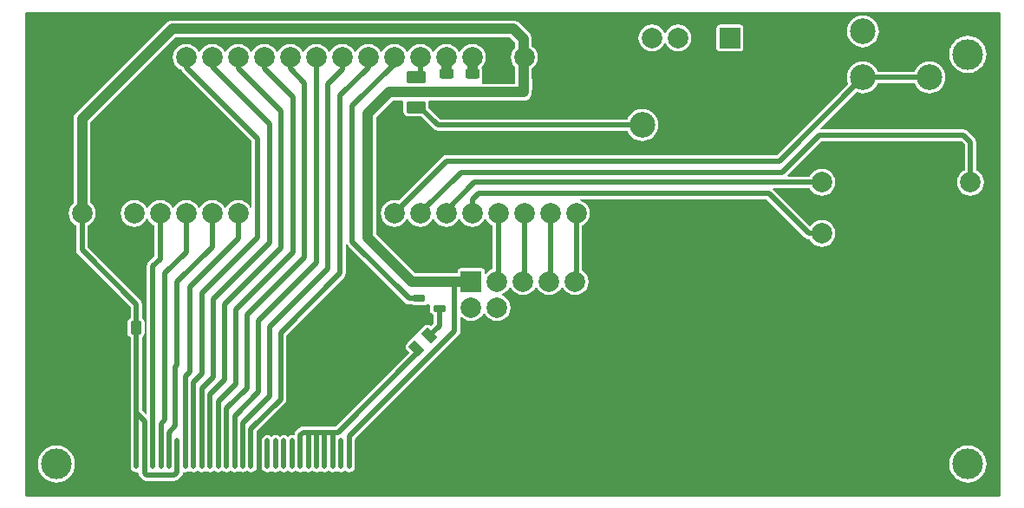
<source format=gtl>
%FSDAX42Y42*%
%MOMM*%
%SFA1B1*%

%IPPOS*%
%AMD10*
4,1,8,0.779780,0.599440,-0.779780,0.599440,-0.899160,0.480060,-0.899160,-0.480060,-0.779780,-0.599440,0.779780,-0.599440,0.899160,-0.480060,0.899160,0.480060,0.779780,0.599440,0.0*
1,1,0.240000,0.779780,0.480060*
1,1,0.240000,-0.779780,0.480060*
1,1,0.240000,-0.779780,-0.480060*
1,1,0.240000,0.779780,-0.480060*
%
%AMD11*
4,1,8,-0.314960,-0.701040,0.314960,-0.701040,0.525780,-0.490220,0.525780,0.490220,0.314960,0.701040,-0.314960,0.701040,-0.525780,0.490220,-0.525780,-0.490220,-0.314960,-0.701040,0.0*
1,1,0.420000,-0.314960,-0.490220*
1,1,0.420000,0.314960,-0.490220*
1,1,0.420000,0.314960,0.490220*
1,1,0.420000,-0.314960,0.490220*
%
%AMD13*
4,1,8,0.294640,-0.695960,0.695960,-0.294640,0.695960,-0.025400,-0.025400,0.695960,-0.294640,0.695960,-0.695960,0.294640,-0.695960,0.025400,0.025400,-0.695960,0.294640,-0.695960,0.0*
1,1,0.380000,0.160020,-0.561340*
1,1,0.380000,0.561340,-0.160020*
1,1,0.380000,-0.160020,0.561340*
1,1,0.380000,-0.561340,0.160020*
%
%AMD14*
4,1,8,-0.505460,-0.299720,0.505460,-0.299720,0.624840,-0.180340,0.624840,0.180340,0.505460,0.299720,-0.505460,0.299720,-0.624840,0.180340,-0.624840,-0.180340,-0.505460,-0.299720,0.0*
1,1,0.240000,-0.505460,-0.180340*
1,1,0.240000,0.505460,-0.180340*
1,1,0.240000,0.505460,0.180340*
1,1,0.240000,-0.505460,0.180340*
%
%AMD15*
4,1,8,0.701040,-0.284480,0.701040,0.284480,0.510540,0.474980,-0.510540,0.474980,-0.701040,0.284480,-0.701040,-0.284480,-0.510540,-0.474980,0.510540,-0.474980,0.701040,-0.284480,0.0*
1,1,0.380000,0.510540,-0.284480*
1,1,0.380000,0.510540,0.284480*
1,1,0.380000,-0.510540,0.284480*
1,1,0.380000,-0.510540,-0.284480*
%
G04~CAMADD=10~8~0.0~0.0~708.7~472.4~47.2~0.0~15~0.0~0.0~0.0~0.0~0~0.0~0.0~0.0~0.0~0~0.0~0.0~0.0~0.0~708.7~472.4*
%ADD10D10*%
G04~CAMADD=11~8~0.0~0.0~413.4~551.2~82.7~0.0~15~0.0~0.0~0.0~0.0~0~0.0~0.0~0.0~0.0~0~0.0~0.0~0.0~180.0~414.0~552.0*
%ADD11D11*%
%ADD12O,0.499999X2.999994*%
G04~CAMADD=13~8~0.0~0.0~374.0~551.2~74.8~0.0~15~0.0~0.0~0.0~0.0~0~0.0~0.0~0.0~0.0~0~0.0~0.0~0.0~225.0~592.0~592.0*
%ADD13D13*%
G04~CAMADD=14~8~0.0~0.0~492.1~236.2~47.2~0.0~15~0.0~0.0~0.0~0.0~0~0.0~0.0~0.0~0.0~0~0.0~0.0~0.0~180.0~492.0~236.0*
%ADD14D14*%
G04~CAMADD=15~8~0.0~0.0~374.0~551.2~74.8~0.0~15~0.0~0.0~0.0~0.0~0~0.0~0.0~0.0~0.0~0~0.0~0.0~0.0~270.0~552.0~374.0*
%ADD15D15*%
%ADD16C,0.499999*%
%ADD17C,0.999998*%
%ADD18C,0.250000*%
%ADD19C,2.499995*%
%ADD20C,1.999996*%
%ADD21C,6.999986*%
%ADD22O,0.499999X1.999996*%
%ADD23C,2.999994*%
%ADD24R,1.999996X1.999996*%
%LN3dp-glcd-1*%
%LPD*%
G36*
X011999Y002499D02*
X002499Y002499D01*
X002499Y007199D01*
X011999Y007199D01*
X011999Y002499D01*
G37*
%LN3dp-glcd-2*%
%LPC*%
G36*
X011338Y005274D02*
X011024Y005274D01*
X011024Y004960D01*
X011052Y004962D01*
X011104Y004975D01*
X011154Y004995D01*
X011199Y005023D01*
X011240Y005058D01*
X011275Y005099D01*
X011303Y005144D01*
X011323Y005194D01*
X011336Y005246D01*
X011338Y005274D01*
G37*
G36*
X011699Y005024D02*
X011637Y005024D01*
X011645Y005004D01*
X011660Y004985D01*
X011679Y004970D01*
X011699Y004962D01*
X011699Y005024D01*
G37*
G36*
X011811Y005024D02*
X011749Y005024D01*
X011749Y004962D01*
X011769Y004970D01*
X011788Y004985D01*
X011803Y005004D01*
X011811Y005024D01*
G37*
G36*
X010974Y005274D02*
X010660Y005274D01*
X010662Y005246D01*
X010675Y005194D01*
X010695Y005144D01*
X010723Y005099D01*
X010758Y005058D01*
X010799Y005023D01*
X010844Y004995D01*
X010894Y004975D01*
X010946Y004962D01*
X010974Y004960D01*
X010974Y005274D01*
G37*
G36*
X007636Y004412D02*
X007636Y004350D01*
X007698Y004350D01*
X007690Y004370D01*
X007675Y004389D01*
X007656Y004404D01*
X007636Y004412D01*
G37*
G36*
X007840Y004412D02*
X007820Y004404D01*
X007801Y004389D01*
X007786Y004370D01*
X007778Y004350D01*
X007840Y004350D01*
X007840Y004412D01*
G37*
G36*
X007890Y004412D02*
X007890Y004350D01*
X007952Y004350D01*
X007944Y004370D01*
X007929Y004389D01*
X007910Y004404D01*
X007890Y004412D01*
G37*
G36*
X010249Y005386D02*
X010229Y005378D01*
X010210Y005363D01*
X010195Y005344D01*
X010187Y005324D01*
X010249Y005324D01*
X010249Y005386D01*
G37*
G36*
X010299Y005386D02*
X010299Y005324D01*
X010361Y005324D01*
X010353Y005344D01*
X010338Y005363D01*
X010319Y005378D01*
X010299Y005386D01*
G37*
G36*
X010974Y005638D02*
X010946Y005636D01*
X010894Y005623D01*
X010844Y005603D01*
X010799Y005575D01*
X010758Y005540D01*
X010723Y005499D01*
X010695Y005454D01*
X010675Y005404D01*
X010662Y005352D01*
X010660Y005324D01*
X010974Y005324D01*
X010974Y005638D01*
G37*
G36*
X010361Y005274D02*
X010299Y005274D01*
X010299Y005212D01*
X010319Y005220D01*
X010338Y005235D01*
X010353Y005254D01*
X010361Y005274D01*
G37*
G36*
X011699Y005136D02*
X011679Y005128D01*
X011660Y005113D01*
X011645Y005094D01*
X011637Y005074D01*
X011699Y005074D01*
X011699Y005136D01*
G37*
G36*
X011749Y005136D02*
X011749Y005074D01*
X011811Y005074D01*
X011803Y005094D01*
X011788Y005113D01*
X011769Y005128D01*
X011749Y005136D01*
G37*
G36*
X010249Y005274D02*
X010187Y005274D01*
X010195Y005254D01*
X010210Y005235D01*
X010229Y005220D01*
X010249Y005212D01*
X010249Y005274D01*
G37*
G36*
X007586Y004412D02*
X007566Y004404D01*
X007547Y004389D01*
X007532Y004370D01*
X007524Y004350D01*
X007586Y004350D01*
X007586Y004412D01*
G37*
G36*
X003377Y004191D02*
X003370Y004191D01*
X003362Y004186D01*
X003358Y004178D01*
X003358Y004154D01*
X003377Y004154D01*
X003377Y004191D01*
G37*
G36*
X003433Y004191D02*
X003427Y004191D01*
X003427Y004154D01*
X003445Y004154D01*
X003445Y004178D01*
X003441Y004186D01*
X003433Y004191D01*
G37*
G36*
X007332Y004300D02*
X007270Y004300D01*
X007278Y004280D01*
X007293Y004261D01*
X007312Y004246D01*
X007332Y004238D01*
X007332Y004300D01*
G37*
G36*
X003445Y004104D02*
X003427Y004104D01*
X003427Y004068D01*
X003433Y004068D01*
X003441Y004072D01*
X003445Y004080D01*
X003445Y004104D01*
G37*
G36*
X002799Y002980D02*
X002798Y002980D01*
X002796Y002980D01*
X002767Y002977D01*
X002764Y002976D01*
X002761Y002976D01*
X002732Y002968D01*
X002730Y002966D01*
X002727Y002965D01*
X002701Y002951D01*
X002699Y002949D01*
X002696Y002948D01*
X002673Y002929D01*
X002671Y002927D01*
X002671Y002927D01*
X002669Y002925D01*
X002650Y002902D01*
X002649Y002899D01*
X002647Y002897D01*
X002633Y002871D01*
X002632Y002868D01*
X002630Y002866D01*
X002622Y002837D01*
X002622Y002834D01*
X002621Y002831D01*
X002618Y002802D01*
X002618Y002799D01*
X002618Y002799D01*
X002618Y002796D01*
X002621Y002767D01*
X002622Y002764D01*
X002622Y002761D01*
X002630Y002732D01*
X002632Y002730D01*
X002633Y002727D01*
X002647Y002701D01*
X002649Y002699D01*
X002650Y002696D01*
X002669Y002673D01*
X002671Y002671D01*
X002671Y002671D01*
X002673Y002669D01*
X002696Y002650D01*
X002699Y002649D01*
X002701Y002647D01*
X002727Y002633D01*
X002730Y002632D01*
X002732Y002630D01*
X002761Y002622D01*
X002764Y002622D01*
X002767Y002621D01*
X002796Y002618D01*
X002798Y002618D01*
X002799Y002618D01*
X002800Y002618D01*
X002802Y002618D01*
X002831Y002621D01*
X002834Y002622D01*
X002837Y002622D01*
X002866Y002630D01*
X002868Y002632D01*
X002871Y002633D01*
X002897Y002647D01*
X002899Y002649D01*
X002902Y002650D01*
X002925Y002669D01*
X002927Y002671D01*
X002927Y002671D01*
X002929Y002673D01*
X002948Y002696D01*
X002949Y002699D01*
X002951Y002701D01*
X002965Y002727D01*
X002966Y002730D01*
X002968Y002732D01*
X002976Y002761D01*
X002976Y002764D01*
X002977Y002767D01*
X002980Y002796D01*
X002980Y002799D01*
X002980Y002799D01*
X002980Y002802D01*
X002977Y002831D01*
X002976Y002834D01*
X002976Y002837D01*
X002968Y002866D01*
X002966Y002868D01*
X002965Y002871D01*
X002951Y002897D01*
X002949Y002899D01*
X002948Y002902D01*
X002929Y002925D01*
X002927Y002927D01*
X002927Y002927D01*
X002925Y002929D01*
X002902Y002948D01*
X002899Y002949D01*
X002897Y002951D01*
X002871Y002965D01*
X002868Y002966D01*
X002866Y002968D01*
X002837Y002976D01*
X002834Y002976D01*
X002831Y002977D01*
X002802Y002980D01*
X002800Y002980D01*
X002799Y002980D01*
G37*
G36*
X011699Y002980D02*
X011698Y002980D01*
X011696Y002980D01*
X011667Y002977D01*
X011664Y002976D01*
X011661Y002976D01*
X011632Y002968D01*
X011630Y002966D01*
X011627Y002965D01*
X011601Y002951D01*
X011599Y002949D01*
X011596Y002948D01*
X011573Y002929D01*
X011571Y002927D01*
X011571Y002927D01*
X011569Y002925D01*
X011550Y002902D01*
X011549Y002899D01*
X011547Y002897D01*
X011533Y002871D01*
X011532Y002868D01*
X011530Y002866D01*
X011522Y002837D01*
X011522Y002834D01*
X011521Y002831D01*
X011518Y002802D01*
X011518Y002799D01*
X011518Y002799D01*
X011518Y002796D01*
X011521Y002767D01*
X011522Y002764D01*
X011522Y002761D01*
X011530Y002732D01*
X011532Y002730D01*
X011533Y002727D01*
X011547Y002701D01*
X011549Y002699D01*
X011550Y002696D01*
X011569Y002673D01*
X011571Y002671D01*
X011571Y002671D01*
X011573Y002669D01*
X011596Y002650D01*
X011599Y002649D01*
X011601Y002647D01*
X011627Y002633D01*
X011630Y002632D01*
X011632Y002630D01*
X011661Y002622D01*
X011664Y002622D01*
X011667Y002621D01*
X011696Y002618D01*
X011698Y002618D01*
X011699Y002618D01*
X011700Y002618D01*
X011702Y002618D01*
X011731Y002621D01*
X011734Y002622D01*
X011737Y002622D01*
X011766Y002630D01*
X011768Y002632D01*
X011771Y002633D01*
X011797Y002647D01*
X011799Y002649D01*
X011802Y002650D01*
X011825Y002669D01*
X011827Y002671D01*
X011827Y002671D01*
X011829Y002673D01*
X011848Y002696D01*
X011849Y002699D01*
X011851Y002701D01*
X011865Y002727D01*
X011866Y002730D01*
X011868Y002732D01*
X011876Y002761D01*
X011876Y002764D01*
X011877Y002767D01*
X011880Y002796D01*
X011880Y002799D01*
X011880Y002799D01*
X011880Y002802D01*
X011877Y002831D01*
X011876Y002834D01*
X011876Y002837D01*
X011868Y002866D01*
X011866Y002868D01*
X011865Y002871D01*
X011851Y002897D01*
X011849Y002899D01*
X011848Y002902D01*
X011829Y002925D01*
X011827Y002927D01*
X011827Y002927D01*
X011825Y002929D01*
X011802Y002948D01*
X011799Y002949D01*
X011797Y002951D01*
X011771Y002965D01*
X011768Y002966D01*
X011766Y002968D01*
X011737Y002976D01*
X011734Y002976D01*
X011731Y002977D01*
X011702Y002980D01*
X011700Y002980D01*
X011699Y002980D01*
G37*
G36*
X003377Y004104D02*
X003358Y004104D01*
X003358Y004080D01*
X003362Y004072D01*
X003370Y004068D01*
X003377Y004068D01*
X003377Y004104D01*
G37*
G36*
X007952Y004300D02*
X007890Y004300D01*
X007890Y004238D01*
X007910Y004246D01*
X007929Y004261D01*
X007944Y004280D01*
X007952Y004300D01*
G37*
G36*
X007332Y004412D02*
X007312Y004404D01*
X007293Y004389D01*
X007278Y004370D01*
X007270Y004350D01*
X007332Y004350D01*
X007332Y004412D01*
G37*
G36*
X007382Y004412D02*
X007382Y004350D01*
X007444Y004350D01*
X007436Y004370D01*
X007421Y004389D01*
X007402Y004404D01*
X007382Y004412D01*
G37*
G36*
X007840Y004300D02*
X007778Y004300D01*
X007786Y004280D01*
X007801Y004261D01*
X007820Y004246D01*
X007840Y004238D01*
X007840Y004300D01*
G37*
G36*
X007444Y004300D02*
X007382Y004300D01*
X007382Y004238D01*
X007402Y004246D01*
X007421Y004261D01*
X007436Y004280D01*
X007444Y004300D01*
G37*
G36*
X007586Y004300D02*
X007524Y004300D01*
X007532Y004280D01*
X007547Y004261D01*
X007566Y004246D01*
X007586Y004238D01*
X007586Y004300D01*
G37*
G36*
X007698Y004300D02*
X007636Y004300D01*
X007636Y004238D01*
X007656Y004246D01*
X007675Y004261D01*
X007690Y004280D01*
X007698Y004300D01*
G37*
G36*
X011024Y005638D02*
X011024Y005324D01*
X011338Y005324D01*
X011336Y005352D01*
X011323Y005404D01*
X011303Y005454D01*
X011275Y005499D01*
X011240Y005540D01*
X011199Y005575D01*
X011154Y005603D01*
X011104Y005623D01*
X011052Y005636D01*
X011024Y005638D01*
G37*
G36*
X009477Y007090D02*
X009277Y007090D01*
X009265Y007087D01*
X009255Y007081D01*
X009249Y007071D01*
X009246Y007059D01*
X009246Y006859D01*
X009249Y006847D01*
X009255Y006837D01*
X009265Y006831D01*
X009277Y006828D01*
X009477Y006828D01*
X009489Y006831D01*
X009499Y006837D01*
X009505Y006847D01*
X009508Y006859D01*
X009508Y007059D01*
X009505Y007071D01*
X009499Y007081D01*
X009489Y007087D01*
X009477Y007090D01*
G37*
G36*
X007900Y006856D02*
X007900Y006794D01*
X007962Y006794D01*
X007954Y006814D01*
X007939Y006833D01*
X007920Y006848D01*
X007900Y006856D01*
G37*
G36*
X009098Y006934D02*
X009036Y006934D01*
X009044Y006914D01*
X009059Y006895D01*
X009078Y006880D01*
X009098Y006872D01*
X009098Y006934D01*
G37*
G36*
X010674Y007180D02*
X010644Y007177D01*
X010614Y007168D01*
X010587Y007154D01*
X010564Y007134D01*
X010544Y007112D01*
X010530Y007084D01*
X010521Y007054D01*
X010518Y007024D01*
X010521Y006994D01*
X010530Y006964D01*
X010544Y006937D01*
X010564Y006914D01*
X010587Y006894D01*
X010614Y006880D01*
X010644Y006871D01*
X010674Y006868D01*
X010704Y006871D01*
X010734Y006880D01*
X010761Y006894D01*
X010784Y006914D01*
X010804Y006937D01*
X010818Y006964D01*
X010827Y006994D01*
X010830Y007024D01*
X010827Y007054D01*
X010818Y007084D01*
X010804Y007112D01*
X010784Y007134D01*
X010761Y007154D01*
X010734Y007168D01*
X010704Y007177D01*
X010674Y007180D01*
G37*
G36*
X007596Y006856D02*
X007576Y006848D01*
X007557Y006833D01*
X007542Y006814D01*
X007534Y006794D01*
X007596Y006794D01*
X007596Y006856D01*
G37*
G36*
X007962Y006744D02*
X007900Y006744D01*
X007900Y006682D01*
X007920Y006690D01*
X007939Y006705D01*
X007954Y006724D01*
X007962Y006744D01*
G37*
G36*
X007850Y006856D02*
X007830Y006848D01*
X007811Y006833D01*
X007796Y006814D01*
X007788Y006794D01*
X007850Y006794D01*
X007850Y006856D01*
G37*
G36*
X007646Y006856D02*
X007646Y006794D01*
X007708Y006794D01*
X007700Y006814D01*
X007685Y006833D01*
X007666Y006848D01*
X007646Y006856D01*
G37*
G36*
X009210Y006934D02*
X009148Y006934D01*
X009148Y006872D01*
X009168Y006880D01*
X009187Y006895D01*
X009202Y006914D01*
X009210Y006934D01*
G37*
G36*
X008869Y007090D02*
X008835Y007086D01*
X008803Y007073D01*
X008776Y007052D01*
X008755Y007025D01*
X008749Y007009D01*
X008735Y007009D01*
X008729Y007025D01*
X008708Y007052D01*
X008681Y007073D01*
X008649Y007086D01*
X008615Y007090D01*
X008581Y007086D01*
X008549Y007073D01*
X008522Y007052D01*
X008501Y007025D01*
X008488Y006993D01*
X008484Y006959D01*
X008488Y006925D01*
X008501Y006893D01*
X008522Y006866D01*
X008549Y006845D01*
X008581Y006832D01*
X008615Y006828D01*
X008649Y006832D01*
X008681Y006845D01*
X008708Y006866D01*
X008729Y006893D01*
X008735Y006909D01*
X008749Y006909D01*
X008755Y006893D01*
X008776Y006866D01*
X008803Y006845D01*
X008835Y006832D01*
X008869Y006828D01*
X008903Y006832D01*
X008935Y006845D01*
X008962Y006866D01*
X008983Y006893D01*
X008996Y006925D01*
X009000Y006959D01*
X008996Y006993D01*
X008983Y007025D01*
X008962Y007052D01*
X008935Y007073D01*
X008903Y007086D01*
X008869Y007090D01*
G37*
G36*
X009148Y007046D02*
X009148Y006985D01*
X009210Y006985D01*
X009202Y007004D01*
X009187Y007023D01*
X009168Y007038D01*
X009148Y007046D01*
G37*
G36*
X011349Y007137D02*
X011349Y007049D01*
X011437Y007049D01*
X011436Y007054D01*
X011424Y007082D01*
X011406Y007106D01*
X011382Y007124D01*
X011354Y007136D01*
X011349Y007137D01*
G37*
G36*
X011299Y007137D02*
X011294Y007136D01*
X011266Y007124D01*
X011242Y007106D01*
X011224Y007082D01*
X011212Y007054D01*
X011211Y007049D01*
X011299Y007049D01*
X011299Y007137D01*
G37*
G36*
X011437Y006999D02*
X011349Y006999D01*
X011349Y006911D01*
X011354Y006912D01*
X011382Y006924D01*
X011406Y006942D01*
X011424Y006966D01*
X011436Y006994D01*
X011437Y006999D01*
G37*
G36*
X011299Y006999D02*
X011211Y006999D01*
X011212Y006994D01*
X011224Y006966D01*
X011242Y006942D01*
X011266Y006924D01*
X011294Y006912D01*
X011299Y006911D01*
X011299Y006999D01*
G37*
G36*
X009098Y007046D02*
X009078Y007038D01*
X009059Y007023D01*
X009044Y007004D01*
X009036Y006985D01*
X009098Y006985D01*
X009098Y007046D01*
G37*
G36*
X011699Y006980D02*
X011698Y006980D01*
X011696Y006980D01*
X011667Y006977D01*
X011664Y006976D01*
X011661Y006976D01*
X011632Y006968D01*
X011630Y006966D01*
X011627Y006965D01*
X011601Y006951D01*
X011599Y006949D01*
X011596Y006948D01*
X011573Y006929D01*
X011571Y006927D01*
X011571Y006927D01*
X011569Y006925D01*
X011550Y006902D01*
X011549Y006899D01*
X011547Y006897D01*
X011533Y006871D01*
X011532Y006868D01*
X011530Y006866D01*
X011522Y006837D01*
X011522Y006834D01*
X011521Y006831D01*
X011518Y006802D01*
X011518Y006799D01*
X011518Y006799D01*
X011518Y006796D01*
X011521Y006767D01*
X011522Y006764D01*
X011522Y006761D01*
X011530Y006732D01*
X011532Y006731D01*
X011533Y006727D01*
X011547Y006701D01*
X011549Y006699D01*
X011550Y006696D01*
X011569Y006673D01*
X011571Y006671D01*
X011571Y006671D01*
X011573Y006669D01*
X011596Y006650D01*
X011599Y006649D01*
X011601Y006647D01*
X011627Y006633D01*
X011630Y006632D01*
X011632Y006630D01*
X011661Y006622D01*
X011664Y006622D01*
X011667Y006621D01*
X011696Y006618D01*
X011698Y006618D01*
X011699Y006618D01*
X011700Y006618D01*
X011702Y006618D01*
X011731Y006621D01*
X011734Y006622D01*
X011737Y006622D01*
X011766Y006630D01*
X011768Y006632D01*
X011771Y006633D01*
X011797Y006647D01*
X011799Y006649D01*
X011802Y006650D01*
X011825Y006669D01*
X011827Y006671D01*
X011827Y006671D01*
X011829Y006673D01*
X011848Y006696D01*
X011849Y006699D01*
X011851Y006701D01*
X011865Y006727D01*
X011866Y006731D01*
X011868Y006732D01*
X011876Y006761D01*
X011876Y006764D01*
X011877Y006767D01*
X011880Y006796D01*
X011880Y006799D01*
X011880Y006799D01*
X011880Y006802D01*
X011877Y006831D01*
X011876Y006834D01*
X011876Y006837D01*
X011868Y006866D01*
X011866Y006868D01*
X011865Y006871D01*
X011851Y006897D01*
X011849Y006899D01*
X011848Y006902D01*
X011829Y006925D01*
X011827Y006927D01*
X011827Y006927D01*
X011825Y006929D01*
X011802Y006948D01*
X011799Y006949D01*
X011797Y006951D01*
X011771Y006965D01*
X011768Y006966D01*
X011766Y006968D01*
X011737Y006976D01*
X011734Y006976D01*
X011731Y006977D01*
X011702Y006980D01*
X011700Y006980D01*
X011699Y006980D01*
G37*
G36*
X009393Y006084D02*
X009305Y006084D01*
X009305Y005996D01*
X009310Y005997D01*
X009338Y006009D01*
X009362Y006027D01*
X009380Y006051D01*
X009392Y006079D01*
X009393Y006084D01*
G37*
G36*
X009255Y006084D02*
X009167Y006084D01*
X009168Y006079D01*
X009180Y006051D01*
X009198Y006027D01*
X009222Y006009D01*
X009250Y005997D01*
X009255Y005996D01*
X009255Y006084D01*
G37*
G36*
X007511Y006484D02*
X007493Y006484D01*
X007493Y006460D01*
X007497Y006452D01*
X007505Y006448D01*
X007511Y006448D01*
X007511Y006484D01*
G37*
G36*
X009255Y006223D02*
X009250Y006221D01*
X009222Y006209D01*
X009198Y006191D01*
X009180Y006167D01*
X009168Y006139D01*
X009167Y006134D01*
X009255Y006134D01*
X009255Y006223D01*
G37*
G36*
X009305Y006223D02*
X009305Y006134D01*
X009393Y006134D01*
X009392Y006139D01*
X009380Y006167D01*
X009362Y006191D01*
X009338Y006209D01*
X009310Y006221D01*
X009305Y006223D01*
G37*
G36*
X007259Y007130D02*
X003929Y007130D01*
X003908Y007127D01*
X003889Y007119D01*
X003872Y007106D01*
X002992Y006226D01*
X002979Y006209D01*
X002971Y006190D01*
X002968Y006169D01*
X002968Y005347D01*
X002956Y005338D01*
X002935Y005311D01*
X002922Y005279D01*
X002918Y005245D01*
X002922Y005211D01*
X002935Y005179D01*
X002956Y005152D01*
X002983Y005131D01*
X002993Y005128D01*
X002993Y004889D01*
X002997Y004868D01*
X003009Y004849D01*
X003523Y004336D01*
X003523Y004225D01*
X003508Y004215D01*
X003497Y004198D01*
X003493Y004178D01*
X003493Y004080D01*
X003497Y004060D01*
X003508Y004043D01*
X003523Y004033D01*
X003523Y003299D01*
X003523Y003039D01*
X003510Y003035D01*
X003499Y003040D01*
X003499Y003040D01*
X003488Y003035D01*
X003487Y003035D01*
X003483Y003024D01*
X003483Y002924D01*
X003499Y002924D01*
X003499Y002899D01*
X003523Y002899D01*
X003523Y002774D01*
X003524Y002769D01*
X003524Y002764D01*
X003525Y002764D01*
X003527Y002753D01*
X003539Y002734D01*
X003558Y002722D01*
X003579Y002718D01*
X003590Y002720D01*
X003603Y002710D01*
X003603Y002709D01*
X003607Y002688D01*
X003619Y002669D01*
X003639Y002649D01*
X003658Y002637D01*
X003679Y002633D01*
X003949Y002633D01*
X003970Y002637D01*
X003989Y002649D01*
X004019Y002679D01*
X004031Y002698D01*
X004033Y002711D01*
X004036Y002719D01*
X004048Y002720D01*
X004059Y002718D01*
X004080Y002722D01*
X004089Y002728D01*
X004099Y002734D01*
X004109Y002728D01*
X004118Y002722D01*
X004139Y002718D01*
X004160Y002722D01*
X004179Y002734D01*
X004179Y002734D01*
X004198Y002722D01*
X004219Y002718D01*
X004240Y002722D01*
X004249Y002728D01*
X004259Y002734D01*
X004269Y002728D01*
X004278Y002722D01*
X004299Y002718D01*
X004320Y002722D01*
X004339Y002734D01*
X004339Y002734D01*
X004358Y002722D01*
X004379Y002718D01*
X004400Y002722D01*
X004419Y002734D01*
X004419Y002734D01*
X004438Y002722D01*
X004459Y002718D01*
X004480Y002722D01*
X004499Y002734D01*
X004499Y002734D01*
X004518Y002722D01*
X004539Y002718D01*
X004560Y002722D01*
X004569Y002728D01*
X004579Y002734D01*
X004589Y002728D01*
X004598Y002722D01*
X004619Y002718D01*
X004640Y002722D01*
X004659Y002734D01*
X004659Y002734D01*
X004678Y002722D01*
X004699Y002718D01*
X004720Y002722D01*
X004739Y002734D01*
X004751Y002753D01*
X004753Y002764D01*
X004754Y002764D01*
X004754Y002769D01*
X004755Y002774D01*
X004755Y002899D01*
X004803Y002899D01*
X004803Y002774D01*
X004804Y002769D01*
X004804Y002764D01*
X004805Y002764D01*
X004807Y002753D01*
X004819Y002734D01*
X004838Y002722D01*
X004859Y002718D01*
X004880Y002722D01*
X004889Y002728D01*
X004899Y002734D01*
X004909Y002728D01*
X004918Y002722D01*
X004939Y002718D01*
X004960Y002722D01*
X004979Y002734D01*
X004979Y002734D01*
X004998Y002722D01*
X005019Y002718D01*
X005040Y002722D01*
X005059Y002734D01*
X005059Y002734D01*
X005078Y002722D01*
X005099Y002718D01*
X005120Y002722D01*
X005139Y002734D01*
X005139Y002734D01*
X005158Y002722D01*
X005179Y002718D01*
X005200Y002722D01*
X005209Y002728D01*
X005219Y002734D01*
X005229Y002728D01*
X005238Y002722D01*
X005259Y002718D01*
X005280Y002722D01*
X005299Y002734D01*
X005299Y002734D01*
X005318Y002722D01*
X005339Y002718D01*
X005360Y002722D01*
X005369Y002728D01*
X005379Y002734D01*
X005389Y002728D01*
X005398Y002722D01*
X005419Y002718D01*
X005440Y002722D01*
X005459Y002734D01*
X005459Y002734D01*
X005478Y002722D01*
X005499Y002718D01*
X005520Y002722D01*
X005529Y002728D01*
X005539Y002734D01*
X005549Y002728D01*
X005558Y002722D01*
X005579Y002718D01*
X005600Y002722D01*
X005619Y002734D01*
X005619Y002734D01*
X005638Y002722D01*
X005659Y002718D01*
X005680Y002722D01*
X005699Y002734D01*
X005711Y002753D01*
X005713Y002764D01*
X005715Y002764D01*
X005715Y002769D01*
X005715Y002774D01*
X005715Y002899D01*
X005739Y002899D01*
X005739Y002924D01*
X005755Y002924D01*
X005755Y003024D01*
X005750Y003035D01*
X005739Y003040D01*
X005736Y003039D01*
X005721Y003046D01*
X005720Y003051D01*
X006729Y004059D01*
X006741Y004078D01*
X006745Y004099D01*
X006745Y004228D01*
X006758Y004231D01*
X006783Y004211D01*
X006815Y004198D01*
X006849Y004194D01*
X006883Y004198D01*
X006915Y004211D01*
X006942Y004232D01*
X006963Y004259D01*
X006969Y004275D01*
X006983Y004275D01*
X006989Y004259D01*
X007010Y004232D01*
X007037Y004211D01*
X007069Y004198D01*
X007103Y004194D01*
X007137Y004198D01*
X007169Y004211D01*
X007196Y004232D01*
X007217Y004259D01*
X007230Y004291D01*
X007234Y004325D01*
X007230Y004359D01*
X007217Y004391D01*
X007196Y004418D01*
X007169Y004439D01*
X007153Y004445D01*
X007153Y004459D01*
X007169Y004465D01*
X007196Y004486D01*
X007217Y004513D01*
X007223Y004529D01*
X007237Y004529D01*
X007243Y004513D01*
X007264Y004486D01*
X007291Y004465D01*
X007323Y004452D01*
X007357Y004448D01*
X007391Y004452D01*
X007423Y004465D01*
X007450Y004486D01*
X007471Y004513D01*
X007477Y004529D01*
X007491Y004529D01*
X007497Y004513D01*
X007518Y004486D01*
X007545Y004465D01*
X007577Y004452D01*
X007611Y004448D01*
X007645Y004452D01*
X007677Y004465D01*
X007704Y004486D01*
X007725Y004513D01*
X007731Y004529D01*
X007745Y004529D01*
X007751Y004513D01*
X007772Y004486D01*
X007799Y004465D01*
X007831Y004452D01*
X007865Y004448D01*
X007899Y004452D01*
X007931Y004465D01*
X007958Y004486D01*
X007979Y004513D01*
X007992Y004545D01*
X007996Y004579D01*
X007992Y004613D01*
X007979Y004645D01*
X007958Y004672D01*
X007931Y004692D01*
X007931Y005128D01*
X007941Y005131D01*
X007968Y005152D01*
X007989Y005179D01*
X008002Y005211D01*
X008006Y005245D01*
X008002Y005279D01*
X007989Y005311D01*
X007968Y005338D01*
X007941Y005359D01*
X007912Y005370D01*
X007915Y005383D01*
X009736Y005383D01*
X010109Y005009D01*
X010128Y004997D01*
X010149Y004993D01*
X010157Y004993D01*
X010160Y004983D01*
X010181Y004956D01*
X010208Y004935D01*
X010240Y004922D01*
X010274Y004918D01*
X010308Y004922D01*
X010340Y004935D01*
X010367Y004956D01*
X010388Y004983D01*
X010401Y005015D01*
X010405Y005049D01*
X010401Y005083D01*
X010388Y005115D01*
X010367Y005142D01*
X010340Y005163D01*
X010308Y005176D01*
X010274Y005180D01*
X010240Y005176D01*
X010208Y005163D01*
X010181Y005142D01*
X010167Y005124D01*
X010155Y005123D01*
X009799Y005479D01*
X009796Y005480D01*
X009800Y005493D01*
X010157Y005493D01*
X010160Y005483D01*
X010181Y005456D01*
X010208Y005435D01*
X010240Y005422D01*
X010274Y005418D01*
X010308Y005422D01*
X010340Y005435D01*
X010367Y005456D01*
X010388Y005483D01*
X010401Y005515D01*
X010405Y005549D01*
X010401Y005583D01*
X010388Y005615D01*
X010367Y005642D01*
X010340Y005663D01*
X010308Y005676D01*
X010274Y005680D01*
X010240Y005676D01*
X010208Y005663D01*
X010181Y005642D01*
X010160Y005615D01*
X010157Y005605D01*
X009942Y005605D01*
X009937Y005618D01*
X010272Y005953D01*
X011636Y005953D01*
X011668Y005921D01*
X011668Y005666D01*
X011658Y005663D01*
X011631Y005642D01*
X011610Y005615D01*
X011597Y005583D01*
X011593Y005549D01*
X011597Y005515D01*
X011610Y005483D01*
X011631Y005456D01*
X011658Y005435D01*
X011690Y005422D01*
X011724Y005418D01*
X011758Y005422D01*
X011790Y005435D01*
X011817Y005456D01*
X011838Y005483D01*
X011851Y005515D01*
X011855Y005549D01*
X011851Y005583D01*
X011838Y005615D01*
X011817Y005642D01*
X011790Y005663D01*
X011780Y005666D01*
X011780Y005944D01*
X011776Y005965D01*
X011764Y005984D01*
X011699Y006049D01*
X011680Y006061D01*
X011659Y006065D01*
X010262Y006065D01*
X010257Y006078D01*
X010611Y006432D01*
X010614Y006430D01*
X010644Y006421D01*
X010674Y006418D01*
X010704Y006421D01*
X010734Y006430D01*
X010761Y006444D01*
X010784Y006464D01*
X010804Y006487D01*
X010818Y006514D01*
X010819Y006518D01*
X011179Y006518D01*
X011180Y006514D01*
X011194Y006487D01*
X011214Y006464D01*
X011237Y006444D01*
X011264Y006430D01*
X011294Y006421D01*
X011324Y006418D01*
X011354Y006421D01*
X011384Y006430D01*
X011411Y006444D01*
X011434Y006464D01*
X011454Y006487D01*
X011468Y006514D01*
X011477Y006544D01*
X011480Y006574D01*
X011477Y006604D01*
X011468Y006634D01*
X011454Y006661D01*
X011434Y006684D01*
X011411Y006704D01*
X011384Y006718D01*
X011354Y006727D01*
X011324Y006731D01*
X011294Y006727D01*
X011264Y006718D01*
X011237Y006704D01*
X011214Y006684D01*
X011194Y006661D01*
X011180Y006634D01*
X011179Y006630D01*
X010819Y006630D01*
X010818Y006634D01*
X010804Y006661D01*
X010784Y006684D01*
X010761Y006704D01*
X010734Y006718D01*
X010704Y006727D01*
X010674Y006731D01*
X010644Y006727D01*
X010614Y006718D01*
X010587Y006704D01*
X010564Y006684D01*
X010544Y006661D01*
X010530Y006634D01*
X010521Y006604D01*
X010518Y006574D01*
X010521Y006544D01*
X010530Y006514D01*
X010532Y006511D01*
X009836Y005815D01*
X006609Y005815D01*
X006588Y005811D01*
X006569Y005799D01*
X006139Y005368D01*
X006131Y005372D01*
X006097Y005376D01*
X006063Y005372D01*
X006031Y005359D01*
X006004Y005338D01*
X005983Y005311D01*
X005970Y005279D01*
X005966Y005245D01*
X005970Y005211D01*
X005983Y005179D01*
X006004Y005152D01*
X006031Y005131D01*
X006063Y005118D01*
X006097Y005114D01*
X006131Y005118D01*
X006163Y005131D01*
X006190Y005152D01*
X006211Y005179D01*
X006217Y005195D01*
X006231Y005195D01*
X006237Y005179D01*
X006258Y005152D01*
X006285Y005131D01*
X006317Y005118D01*
X006351Y005114D01*
X006385Y005118D01*
X006417Y005131D01*
X006444Y005152D01*
X006465Y005179D01*
X006471Y005195D01*
X006485Y005195D01*
X006491Y005179D01*
X006512Y005152D01*
X006539Y005131D01*
X006571Y005118D01*
X006605Y005114D01*
X006639Y005118D01*
X006671Y005131D01*
X006698Y005152D01*
X006719Y005179D01*
X006725Y005195D01*
X006739Y005195D01*
X006745Y005179D01*
X006766Y005152D01*
X006793Y005131D01*
X006825Y005118D01*
X006859Y005114D01*
X006893Y005118D01*
X006925Y005131D01*
X006952Y005152D01*
X006973Y005179D01*
X006979Y005195D01*
X006993Y005195D01*
X006999Y005179D01*
X007020Y005152D01*
X007047Y005131D01*
X007057Y005128D01*
X007057Y004701D01*
X007037Y004693D01*
X007010Y004672D01*
X006992Y004648D01*
X006980Y004653D01*
X006980Y004679D01*
X006977Y004691D01*
X006971Y004701D01*
X006961Y004707D01*
X006949Y004710D01*
X006749Y004710D01*
X006737Y004707D01*
X006727Y004701D01*
X006721Y004691D01*
X006718Y004679D01*
X006718Y004660D01*
X006302Y004660D01*
X005920Y005042D01*
X005920Y006186D01*
X006082Y006348D01*
X006181Y006348D01*
X006189Y006338D01*
X006188Y006332D01*
X006188Y006236D01*
X006191Y006220D01*
X006201Y006206D01*
X006215Y006196D01*
X006231Y006193D01*
X006361Y006193D01*
X006484Y006069D01*
X006503Y006057D01*
X006524Y006053D01*
X008373Y006053D01*
X008374Y006049D01*
X008388Y006022D01*
X008408Y005999D01*
X008431Y005979D01*
X008458Y005965D01*
X008488Y005956D01*
X008518Y005953D01*
X008548Y005956D01*
X008578Y005965D01*
X008605Y005979D01*
X008628Y005999D01*
X008648Y006022D01*
X008662Y006049D01*
X008671Y006079D01*
X008674Y006109D01*
X008671Y006139D01*
X008662Y006169D01*
X008648Y006196D01*
X008628Y006219D01*
X008605Y006239D01*
X008578Y006253D01*
X008548Y006262D01*
X008518Y006265D01*
X008488Y006262D01*
X008458Y006253D01*
X008431Y006239D01*
X008408Y006219D01*
X008388Y006196D01*
X008374Y006169D01*
X008373Y006165D01*
X006547Y006165D01*
X006430Y006282D01*
X006430Y006332D01*
X006429Y006338D01*
X006437Y006348D01*
X007361Y006348D01*
X007382Y006351D01*
X007402Y006359D01*
X007419Y006372D01*
X007431Y006389D01*
X007439Y006408D01*
X007442Y006429D01*
X007442Y006446D01*
X007445Y006460D01*
X007445Y006558D01*
X007442Y006572D01*
X007442Y006663D01*
X007460Y006676D01*
X007481Y006703D01*
X007494Y006735D01*
X007498Y006769D01*
X007494Y006803D01*
X007481Y006835D01*
X007460Y006862D01*
X007442Y006875D01*
X007442Y006946D01*
X007439Y006967D01*
X007431Y006987D01*
X007419Y007004D01*
X007316Y007106D01*
X007299Y007119D01*
X007280Y007127D01*
X007259Y007130D01*
G37*
G36*
X007580Y006484D02*
X007561Y006484D01*
X007561Y006448D01*
X007568Y006448D01*
X007576Y006452D01*
X007580Y006460D01*
X007580Y006484D01*
G37*
G36*
X007596Y006744D02*
X007534Y006744D01*
X007542Y006724D01*
X007557Y006705D01*
X007576Y006690D01*
X007596Y006682D01*
X007596Y006744D01*
G37*
G36*
X007708Y006744D02*
X007646Y006744D01*
X007646Y006682D01*
X007666Y006690D01*
X007685Y006705D01*
X007700Y006724D01*
X007708Y006744D01*
G37*
G36*
X007850Y006744D02*
X007788Y006744D01*
X007796Y006724D01*
X007811Y006705D01*
X007830Y006690D01*
X007850Y006682D01*
X007850Y006744D01*
G37*
G36*
X007511Y006570D02*
X007505Y006570D01*
X007497Y006566D01*
X007493Y006558D01*
X007493Y006534D01*
X007511Y006534D01*
X007511Y006570D01*
G37*
G36*
X007568Y006570D02*
X007561Y006570D01*
X007561Y006534D01*
X007580Y006534D01*
X007580Y006558D01*
X007576Y006566D01*
X007568Y006570D01*
G37*
%LN3dp-glcd-3*%
%LPD*%
G36*
X007281Y006913D02*
X007281Y006867D01*
X007274Y006862D01*
X007253Y006835D01*
X007240Y006803D01*
X007236Y006769D01*
X007240Y006735D01*
X007253Y006703D01*
X007274Y006676D01*
X007281Y006671D01*
X007281Y006572D01*
X007278Y006558D01*
X007278Y006510D01*
X006959Y006510D01*
X006959Y006576D01*
X006960Y006581D01*
X006960Y006638D01*
X006956Y006657D01*
X006946Y006672D01*
X006952Y006676D01*
X006973Y006703D01*
X006986Y006735D01*
X006990Y006769D01*
X006986Y006803D01*
X006973Y006835D01*
X006952Y006862D01*
X006925Y006883D01*
X006893Y006896D01*
X006859Y006900D01*
X006825Y006896D01*
X006793Y006883D01*
X006766Y006862D01*
X006745Y006835D01*
X006739Y006819D01*
X006725Y006819D01*
X006719Y006835D01*
X006698Y006862D01*
X006671Y006883D01*
X006639Y006896D01*
X006605Y006900D01*
X006571Y006896D01*
X006539Y006883D01*
X006512Y006862D01*
X006491Y006835D01*
X006485Y006819D01*
X006471Y006819D01*
X006465Y006835D01*
X006444Y006862D01*
X006417Y006883D01*
X006385Y006896D01*
X006351Y006900D01*
X006317Y006896D01*
X006285Y006883D01*
X006258Y006862D01*
X006237Y006835D01*
X006231Y006819D01*
X006217Y006819D01*
X006211Y006835D01*
X006190Y006862D01*
X006163Y006883D01*
X006131Y006896D01*
X006097Y006900D01*
X006063Y006896D01*
X006031Y006883D01*
X006004Y006862D01*
X005983Y006835D01*
X005977Y006819D01*
X005963Y006819D01*
X005957Y006835D01*
X005936Y006862D01*
X005909Y006883D01*
X005877Y006896D01*
X005843Y006900D01*
X005809Y006896D01*
X005777Y006883D01*
X005750Y006862D01*
X005729Y006835D01*
X005723Y006819D01*
X005709Y006819D01*
X005703Y006835D01*
X005682Y006862D01*
X005655Y006883D01*
X005623Y006896D01*
X005589Y006900D01*
X005555Y006896D01*
X005523Y006883D01*
X005496Y006862D01*
X005475Y006835D01*
X005469Y006819D01*
X005455Y006819D01*
X005449Y006835D01*
X005428Y006862D01*
X005401Y006883D01*
X005369Y006896D01*
X005335Y006900D01*
X005301Y006896D01*
X005269Y006883D01*
X005242Y006862D01*
X005221Y006835D01*
X005215Y006819D01*
X005201Y006819D01*
X005195Y006835D01*
X005174Y006862D01*
X005147Y006883D01*
X005115Y006896D01*
X005081Y006900D01*
X005047Y006896D01*
X005015Y006883D01*
X004988Y006862D01*
X004967Y006835D01*
X004961Y006819D01*
X004947Y006819D01*
X004941Y006835D01*
X004920Y006862D01*
X004893Y006883D01*
X004861Y006896D01*
X004827Y006900D01*
X004793Y006896D01*
X004761Y006883D01*
X004734Y006862D01*
X004713Y006835D01*
X004707Y006819D01*
X004693Y006819D01*
X004687Y006835D01*
X004666Y006862D01*
X004639Y006883D01*
X004607Y006896D01*
X004573Y006900D01*
X004539Y006896D01*
X004507Y006883D01*
X004480Y006862D01*
X004459Y006835D01*
X004453Y006819D01*
X004439Y006819D01*
X004433Y006835D01*
X004412Y006862D01*
X004385Y006883D01*
X004353Y006896D01*
X004319Y006900D01*
X004285Y006896D01*
X004253Y006883D01*
X004226Y006862D01*
X004205Y006835D01*
X004199Y006819D01*
X004185Y006819D01*
X004179Y006835D01*
X004158Y006862D01*
X004131Y006883D01*
X004099Y006896D01*
X004065Y006900D01*
X004031Y006896D01*
X003999Y006883D01*
X003972Y006862D01*
X003951Y006835D01*
X003938Y006803D01*
X003934Y006769D01*
X003938Y006735D01*
X003951Y006703D01*
X003972Y006676D01*
X003999Y006655D01*
X004015Y006649D01*
X004025Y006633D01*
X004703Y005956D01*
X004703Y005304D01*
X004690Y005302D01*
X004687Y005311D01*
X004666Y005338D01*
X004639Y005359D01*
X004607Y005372D01*
X004573Y005376D01*
X004539Y005372D01*
X004507Y005359D01*
X004480Y005338D01*
X004459Y005311D01*
X004453Y005295D01*
X004439Y005295D01*
X004433Y005311D01*
X004412Y005338D01*
X004385Y005359D01*
X004353Y005372D01*
X004319Y005376D01*
X004285Y005372D01*
X004253Y005359D01*
X004226Y005338D01*
X004205Y005311D01*
X004199Y005295D01*
X004185Y005295D01*
X004179Y005311D01*
X004158Y005338D01*
X004131Y005359D01*
X004099Y005372D01*
X004065Y005376D01*
X004031Y005372D01*
X003999Y005359D01*
X003972Y005338D01*
X003951Y005311D01*
X003945Y005295D01*
X003931Y005295D01*
X003925Y005311D01*
X003904Y005338D01*
X003877Y005359D01*
X003845Y005372D01*
X003811Y005376D01*
X003777Y005372D01*
X003745Y005359D01*
X003718Y005338D01*
X003697Y005311D01*
X003691Y005295D01*
X003677Y005295D01*
X003671Y005311D01*
X003650Y005338D01*
X003623Y005359D01*
X003591Y005372D01*
X003557Y005376D01*
X003523Y005372D01*
X003491Y005359D01*
X003464Y005338D01*
X003443Y005311D01*
X003430Y005279D01*
X003426Y005245D01*
X003430Y005211D01*
X003443Y005179D01*
X003464Y005152D01*
X003491Y005131D01*
X003523Y005118D01*
X003557Y005114D01*
X003591Y005118D01*
X003623Y005131D01*
X003650Y005152D01*
X003671Y005179D01*
X003677Y005195D01*
X003691Y005195D01*
X003697Y005179D01*
X003718Y005152D01*
X003745Y005131D01*
X003755Y005128D01*
X003755Y004824D01*
X003699Y004769D01*
X003687Y004750D01*
X003683Y004729D01*
X003683Y003291D01*
X003671Y003286D01*
X003635Y003322D01*
X003635Y004037D01*
X003645Y004043D01*
X003656Y004060D01*
X003660Y004080D01*
X003660Y004178D01*
X003656Y004198D01*
X003645Y004215D01*
X003635Y004221D01*
X003635Y004359D01*
X003631Y004380D01*
X003619Y004399D01*
X003105Y004912D01*
X003105Y005128D01*
X003115Y005131D01*
X003142Y005152D01*
X003163Y005179D01*
X003176Y005211D01*
X003180Y005245D01*
X003176Y005279D01*
X003163Y005311D01*
X003142Y005338D01*
X003130Y005347D01*
X003130Y006136D01*
X003962Y006968D01*
X007226Y006968D01*
X007281Y006913D01*
G37*
G36*
X005638Y004947D02*
X005649Y004929D01*
X006204Y004374D01*
X006223Y004362D01*
X006244Y004358D01*
X006270Y004358D01*
X006272Y004356D01*
X006289Y004353D01*
X006389Y004353D01*
X006436Y004354D01*
X006447Y004341D01*
X006446Y004337D01*
X006446Y004301D01*
X006449Y004285D01*
X006458Y004271D01*
X006472Y004261D01*
X006483Y004259D01*
X006483Y004172D01*
X006458Y004147D01*
X006446Y004155D01*
X006427Y004159D01*
X006408Y004155D01*
X006391Y004144D01*
X006351Y004104D01*
X006264Y004017D01*
X006224Y003977D01*
X006213Y003960D01*
X006209Y003941D01*
X006213Y003922D01*
X006224Y003906D01*
X006245Y003885D01*
X005526Y003165D01*
X005209Y003165D01*
X005188Y003161D01*
X005169Y003149D01*
X005139Y003119D01*
X005127Y003100D01*
X005125Y003087D01*
X005122Y003079D01*
X005110Y003078D01*
X005099Y003080D01*
X005078Y003076D01*
X005059Y003064D01*
X005059Y003064D01*
X005040Y003076D01*
X005019Y003080D01*
X004998Y003076D01*
X004979Y003064D01*
X004979Y003064D01*
X004960Y003076D01*
X004939Y003080D01*
X004918Y003076D01*
X004909Y003070D01*
X004899Y003064D01*
X004889Y003070D01*
X004880Y003076D01*
X004859Y003080D01*
X004838Y003076D01*
X004819Y003064D01*
X004807Y003045D01*
X004805Y003034D01*
X004792Y003033D01*
X004790Y003035D01*
X004779Y003040D01*
X004768Y003035D01*
X004755Y003039D01*
X004755Y003116D01*
X005029Y003389D01*
X005041Y003408D01*
X005045Y003429D01*
X005045Y004056D01*
X005609Y004619D01*
X005621Y004638D01*
X005625Y004659D01*
X005625Y004939D01*
X005637Y004947D01*
X005638Y004947D01*
G37*
%LN3dp-glcd-4*%
%LPC*%
G36*
X003328Y005332D02*
X003328Y005270D01*
X003390Y005270D01*
X003382Y005290D01*
X003367Y005309D01*
X003348Y005324D01*
X003328Y005332D01*
G37*
G36*
X003278Y005220D02*
X003216Y005220D01*
X003224Y005200D01*
X003239Y005181D01*
X003258Y005166D01*
X003278Y005158D01*
X003278Y005220D01*
G37*
G36*
X003390Y005220D02*
X003328Y005220D01*
X003328Y005158D01*
X003348Y005166D01*
X003367Y005181D01*
X003382Y005200D01*
X003390Y005220D01*
G37*
G36*
X003278Y005332D02*
X003258Y005324D01*
X003239Y005309D01*
X003224Y005290D01*
X003216Y005270D01*
X003278Y005270D01*
X003278Y005332D01*
G37*
%LN3dp-glcd-5*%
%LPD*%
G54D10*
X006309Y006284D03*
X006309Y006574D03*
G54D11*
X003402Y004129D03*
X003577Y004129D03*
X007537Y006509D03*
X007361Y006509D03*
G54D12*
X003499Y002899D03*
X003579Y002899D03*
X003659Y002899D03*
X003739Y002899D03*
X004059Y002899D03*
X003979Y002899D03*
X003899Y002899D03*
X003819Y002899D03*
X004459Y002899D03*
X004539Y002899D03*
X004619Y002899D03*
X004699Y002899D03*
X004379Y002899D03*
X004299Y002899D03*
X004219Y002899D03*
X004139Y002899D03*
X005419Y002899D03*
X005499Y002899D03*
X005579Y002899D03*
X005659Y002899D03*
X005739Y002899D03*
X005099Y002899D03*
X005179Y002899D03*
X005259Y002899D03*
X005339Y002899D03*
X005019Y002899D03*
X004939Y002899D03*
X004859Y002899D03*
X004779Y002899D03*
G54D13*
X006315Y003925D03*
X006443Y004053D03*
G54D14*
X006339Y004414D03*
X006339Y004224D03*
X006539Y004319D03*
G54D15*
X006609Y006429D03*
X006609Y006609D03*
X006859Y006429D03*
X006859Y006609D03*
G54D16*
X003979Y002719D02*
X003979Y002899D01*
X003949Y002689D02*
X003979Y002719D01*
X003679Y002689D02*
X003949Y002689D01*
X003659Y002709D02*
X003679Y002689D01*
X003659Y002709D02*
X003659Y002899D01*
X006315Y003875D02*
X006315Y003925D01*
X005549Y003109D02*
X006315Y003875D01*
X005419Y003109D02*
X005549Y003109D01*
X006244Y004414D02*
X006339Y004414D01*
X005689Y004969D02*
X006244Y004414D01*
X005689Y004969D02*
X005689Y006299D01*
X005209Y003109D02*
X005419Y003109D01*
X005419Y002899D02*
X005419Y003109D01*
X005339Y002899D02*
X005339Y003109D01*
X005259Y002899D02*
X005259Y003109D01*
X005179Y002899D02*
X005179Y003079D01*
X005209Y003109D01*
X005499Y002899D02*
X005499Y003109D01*
X006539Y004149D02*
X006539Y004319D01*
X006443Y004053D02*
X006539Y004149D01*
X004779Y003089D02*
X004789Y003099D01*
X004779Y002899D02*
X004779Y003089D01*
X004989Y003429D02*
X004989Y004079D01*
X004699Y003139D02*
X004989Y003429D01*
X004699Y002899D02*
X004699Y003139D01*
X004879Y003459D02*
X004879Y004139D01*
X004619Y003199D02*
X004879Y003459D01*
X004619Y002899D02*
X004619Y003199D01*
X004769Y003499D02*
X004769Y004199D01*
X004539Y003269D02*
X004769Y003499D01*
X004539Y002899D02*
X004539Y003269D01*
X004659Y003539D02*
X004659Y004259D01*
X004459Y003339D02*
X004659Y003539D01*
X004459Y002899D02*
X004459Y003339D01*
X004549Y003579D02*
X004549Y004309D01*
X004379Y003409D02*
X004549Y003579D01*
X004379Y002899D02*
X004379Y003409D01*
X004439Y003619D02*
X004439Y004359D01*
X004299Y003479D02*
X004439Y003619D01*
X004299Y002899D02*
X004299Y003479D01*
X004329Y003649D02*
X004329Y004409D01*
X004219Y003539D02*
X004329Y003649D01*
X004219Y002899D02*
X004219Y003539D01*
X004219Y003679D02*
X004219Y004469D01*
X004139Y003599D02*
X004219Y003679D01*
X004139Y002899D02*
X004139Y003599D01*
X004989Y004079D02*
X005569Y004659D01*
X004879Y004139D02*
X005449Y004709D01*
X004769Y004199D02*
X005335Y004765D01*
X004659Y004259D02*
X005219Y004819D01*
X004549Y004309D02*
X005109Y004869D01*
X004329Y004409D02*
X004879Y004959D01*
X004439Y004359D02*
X004989Y004909D01*
X004219Y004469D02*
X004759Y005009D01*
X004099Y004529D02*
X004573Y005003D01*
X004099Y003699D02*
X004099Y004529D01*
X004059Y003659D02*
X004099Y003699D01*
X003979Y004579D02*
X004319Y004919D01*
X003979Y003769D02*
X003979Y004579D01*
X003959Y003749D02*
X003979Y003769D01*
X003859Y004659D02*
X004065Y004865D01*
X006524Y006109D02*
X008518Y006109D01*
X006350Y006284D02*
X006524Y006109D01*
X005659Y002899D02*
X005659Y003069D01*
X005689Y006299D02*
X006097Y006707D01*
X005569Y004659D02*
X005569Y006399D01*
X005449Y004709D02*
X005449Y006509D01*
X005219Y004819D02*
X005219Y006519D01*
X005109Y004869D02*
X005109Y006379D01*
X004989Y004909D02*
X004989Y006249D01*
X011659Y006009D02*
X011724Y005944D01*
X011724Y005549D02*
X011724Y005944D01*
X010149Y005049D02*
X010274Y005049D01*
X009759Y005439D02*
X010149Y005049D01*
X004059Y002899D02*
X004059Y003659D01*
X003659Y002899D02*
X003659Y003219D01*
X003579Y003299D02*
X003659Y003219D01*
X003579Y002899D02*
X003579Y003299D01*
X003899Y002899D02*
X003899Y003109D01*
X006859Y005275D02*
X006859Y005379D01*
X006919Y005439D01*
X009759Y005439D01*
X003899Y003109D02*
X003959Y003169D01*
X003959Y003749D01*
X003819Y002899D02*
X003819Y003189D01*
X003859Y003229D01*
X003859Y004659D01*
X003739Y002899D02*
X003739Y004729D01*
X003811Y004801D01*
X005569Y006399D02*
X005843Y006673D01*
X005449Y006509D02*
X005589Y006649D01*
X004827Y006661D02*
X005109Y006379D01*
X004573Y006665D02*
X004989Y006249D01*
X004319Y006679D02*
X004879Y006119D01*
X004759Y005009D02*
X004759Y005979D01*
X004065Y006673D02*
X004759Y005979D01*
X005081Y006657D02*
X005219Y006519D01*
X004879Y004959D02*
X004879Y006119D01*
X003049Y004889D02*
X003579Y004359D01*
X005843Y006673D02*
X005843Y006769D01*
X005843Y006799D01*
X007367Y004589D02*
X007367Y005245D01*
X007367Y005275D01*
X006351Y006576D02*
X006351Y006769D01*
X006351Y006799D01*
X006097Y006707D02*
X006097Y006769D01*
X006097Y006799D01*
X005589Y006649D02*
X005589Y006769D01*
X005589Y006799D01*
X007113Y004589D02*
X007113Y005245D01*
X007113Y005275D01*
X004319Y006679D02*
X004319Y006769D01*
X004319Y006799D01*
X005335Y004765D02*
X005335Y006769D01*
X005335Y006799D01*
X004065Y006673D02*
X004065Y006769D01*
X004065Y006799D01*
X005081Y006657D02*
X005081Y006769D01*
X005081Y006799D01*
X004319Y004919D02*
X004319Y005245D01*
X004319Y005275D01*
X004827Y006661D02*
X004827Y006769D01*
X004827Y006799D01*
X007875Y004589D02*
X007875Y005245D01*
X007875Y005275D01*
X004573Y005003D02*
X004573Y005245D01*
X004573Y005275D01*
X003811Y004801D02*
X003811Y005245D01*
X003811Y005275D01*
X004573Y006665D02*
X004573Y006769D01*
X004573Y006799D01*
X003049Y004889D02*
X003049Y005245D01*
X003049Y005275D01*
X007621Y004589D02*
X007621Y005245D01*
X007621Y005275D01*
X004065Y004865D02*
X004065Y005245D01*
X004065Y005275D01*
X006605Y005275D02*
X006879Y005549D01*
X010274Y005549D01*
X006375Y005275D02*
X006749Y005649D01*
X006689Y004099D02*
X006689Y004569D01*
X006679Y004579D02*
X006689Y004569D01*
X005659Y003069D02*
X006689Y004099D01*
X003579Y003299D02*
X003579Y004359D01*
X006749Y005649D02*
X009889Y005649D01*
X010249Y006009D01*
X011659Y006009D01*
X006351Y005275D02*
X006375Y005275D01*
X006097Y005245D02*
X006611Y005759D01*
X009859Y005759D01*
X010674Y006574D01*
X010674Y006574D01*
X011324Y006574D01*
G54D17*
X005839Y005009D02*
X006269Y004579D01*
X005839Y005009D02*
X005839Y006219D01*
X006049Y006429D01*
X007361Y006429D02*
X007361Y006509D01*
X006605Y006613D02*
X006605Y006769D01*
X006605Y006613D02*
X006609Y006609D01*
X006859Y006609D02*
X006859Y006769D01*
X003049Y005275D02*
X003049Y006169D01*
X003929Y007049D01*
X007259Y007049D01*
X007361Y006946D01*
X006269Y004579D02*
X006679Y004579D01*
X006849Y004579D01*
X006049Y006429D02*
X007361Y006429D01*
X007361Y006509D02*
X007361Y006946D01*
G54D18*
X002499Y002499D02*
X002499Y007199D01*
X011999Y007199D01*
X011999Y002499D02*
X011999Y007199D01*
X002499Y002499D02*
X011999Y002499D01*
G54D19*
X008518Y006109D03*
X009280Y006109D03*
X011324Y006574D03*
X011324Y007024D03*
X010674Y007024D03*
X010674Y006574D03*
G54D20*
X006351Y006769D03*
X006097Y006769D03*
X010274Y005549D03*
X010274Y005299D03*
X010274Y005049D03*
X011724Y005549D03*
X011724Y005049D03*
X004065Y006769D03*
X004319Y006769D03*
X004573Y006769D03*
X004827Y006769D03*
X005081Y006769D03*
X005335Y006769D03*
X005589Y006769D03*
X005843Y006769D03*
X006859Y006769D03*
X007367Y006769D03*
X007621Y006769D03*
X007875Y006769D03*
X007875Y005245D03*
X007621Y005245D03*
X007367Y005245D03*
X007113Y005245D03*
X006859Y005245D03*
X006605Y005245D03*
X003303Y005245D03*
X003049Y005245D03*
X006351Y005245D03*
X004573Y005245D03*
X004319Y005245D03*
X004065Y005245D03*
X003811Y005245D03*
X006849Y004325D03*
X007103Y004579D03*
X007103Y004325D03*
X007357Y004579D03*
X007357Y004325D03*
X007611Y004579D03*
X007611Y004325D03*
X007865Y004579D03*
X007865Y004325D03*
X006097Y005245D03*
X009123Y006959D03*
X008869Y006959D03*
X008615Y006959D03*
X006605Y006769D03*
X003557Y005245D03*
G54D21*
X010999Y005299D03*
G54D22*
X010399Y005299D03*
G54D23*
X011699Y002799D03*
X011699Y006799D03*
X002799Y002799D03*
G54D24*
X006849Y004579D03*
X009377Y006959D03*
M02*
</source>
